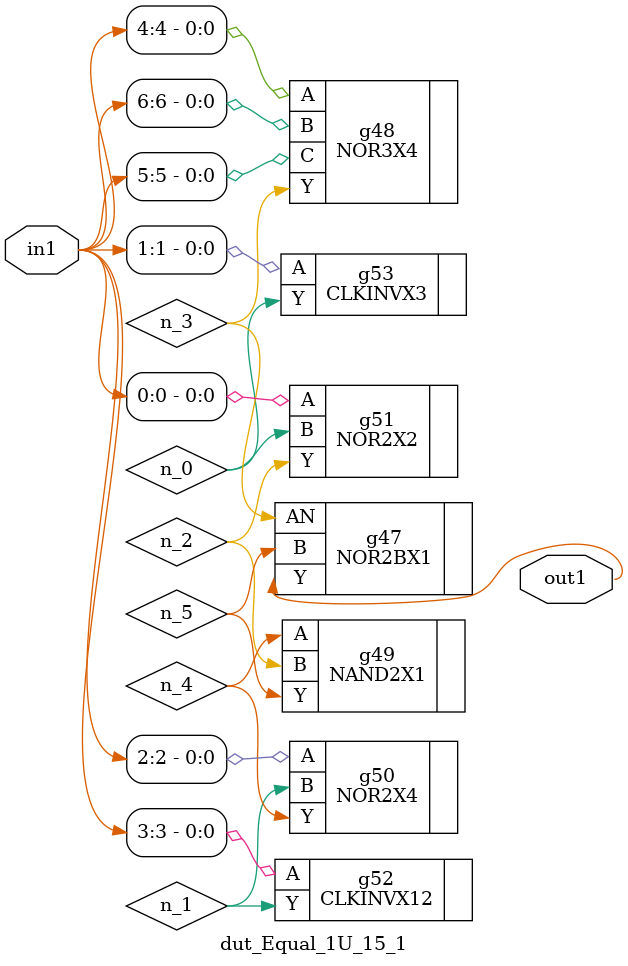
<source format=v>
`timescale 1ps / 1ps


module dut_Equal_1U_15_1(in1, out1);
  input [6:0] in1;
  output out1;
  wire [6:0] in1;
  wire out1;
  wire n_0, n_1, n_2, n_3, n_4, n_5;
  NOR2BX1 g47(.AN (n_3), .B (n_5), .Y (out1));
  NAND2X1 g49(.A (n_4), .B (n_2), .Y (n_5));
  NOR2X4 g50(.A (in1[2]), .B (n_1), .Y (n_4));
  NOR3X4 g48(.A (in1[4]), .B (in1[6]), .C (in1[5]), .Y (n_3));
  NOR2X2 g51(.A (in1[0]), .B (n_0), .Y (n_2));
  CLKINVX12 g52(.A (in1[3]), .Y (n_1));
  CLKINVX3 g53(.A (in1[1]), .Y (n_0));
endmodule



</source>
